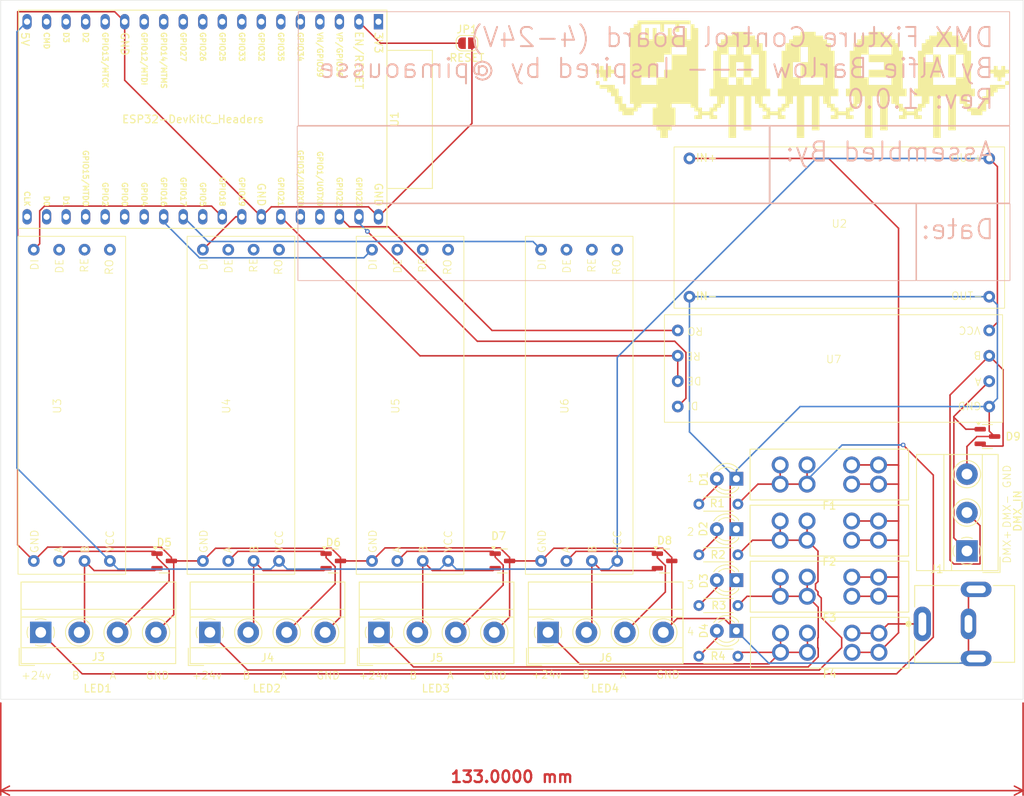
<source format=kicad_pcb>
(kicad_pcb (version 20240108) (generator "pcbnew") (generator_version "8.0")
  (layers (0 "F.Cu" signal) (31 "B.Cu" signal) (34 "B.Paste" user) (35 "F.Paste" user) (36 "B.SilkS" user "B.Silkscreen") (37 "F.SilkS" user "F.Silkscreen") (38 "B.Mask" user) (39 "F.Mask" user) (44 "Edge.Cuts" user))
  (net 0 "")
  (net 1 "Net-(D1-A)")
  (net 2 "GND")
  (net 3 "Net-(D2-A)")
  (net 4 "Net-(D3-A)")
  (net 5 "Net-(D4-A)")
  (net 6 "LED1-")
  (net 7 "LED1+")
  (net 8 "LED2+")
  (net 9 "LED2-")
  (net 10 "LED3-")
  (net 11 "LED3+")
  (net 12 "LED4-")
  (net 13 "LED4+")
  (net 14 "DMXIN-")
  (net 15 "DMXIN+")
  (net 16 "+24V")
  (net 17 "Net-(J3-Pin_1)")
  (net 18 "Net-(J4-Pin_1)")
  (net 19 "Net-(J5-Pin_1)")
  (net 20 "Net-(J6-Pin_1)")
  (net 30 "DMX_RX")
  (net 32 "DMX_EN")
  (net 33 "DMX_TX")
  (net 38 "WLED1")
  (net 40 "WLED4")
  (net 42 "RESET")
  (net 43 "WLED2")
  (net 44 "WLED3")
  (net 54 "+5V")
  (footprint "Package_TO_SOT_SMD:SOT-23" (layer "F.Cu") (at 143.1625 108)
    (property "Reference" "D7")
    (property "Value" "NUP2105L")
  )
  (footprint "TerminalBlock_MetzConnect:TerminalBlock_MetzConnect_Type011_RT05504HBWC_1x04_P5.00mm_Horizontal" (layer "F.Cu") (at 127.1 117.3)
    (property "Reference" "J5")
    (property "Value" "LED3")
  )
  (footprint "Package_TO_SOT_SMD:SOT-23" (layer "F.Cu") (at 164.2625 108)
    (property "Reference" "D8")
    (property "Value" "NUP2105L")
  )
  (footprint "Package_TO_SOT_SMD:SOT-23" (layer "F.Cu") (at 206.2625 91.8)
    (property "Reference" "D9")
    (property "Value" "NUP2105L")
  )
  (footprint "LED_THT:LED_D3.0mm" (layer "F.Cu") (at 173.6 103.87 180)
    (property "Reference" "D2")
    (property "Value" "LED" (hide yes))
  )
  (footprint "Max485:Max485" (layer "F.Cu") (at 109.649 87.838 90)
    (property "Reference" "U4")
    (property "Value" "~")
  )
  (footprint "Fuse:FuseHolder_Blade_ATO_Littelfuse_FLR_178.6165" (layer "F.Cu") (at 192.1 98 180)
    (property "Reference" "F1")
    (property "Value" "Fuse")
  )
  (footprint "Resistor_THT:R_Axial_DIN0204_L3.6mm_D1.6mm_P5.08mm_Horizontal" (layer "F.Cu") (at 173.8 107.2 180)
    (property "Reference" "R2")
    (property "Value" "4.7k")
  )
  (footprint "Max485:Max485" (layer "F.Cu") (at 87.647 87.838 90)
    (property "Reference" "U3")
    (property "Value" "~")
  )
  (footprint "Resistor_THT:R_Axial_DIN0204_L3.6mm_D1.6mm_P5.08mm_Horizontal" (layer "F.Cu") (at 173.8 120.4 180)
    (property "Reference" "R4")
    (property "Value" "4.7k")
  )
  (footprint "Resistor_THT:R_Axial_DIN0204_L3.6mm_D1.6mm_P5.08mm_Horizontal" (layer "F.Cu") (at 173.8 113.8 180)
    (property "Reference" "R3")
    (property "Value" "4.7k" (hide yes))
  )
  (footprint "WLED:WLED" (layer "F.Cu") (at 182.2 45.3)
    (property "Reference" "G***" (hide yes))
    (property "Value" "LOGO" (hide yes))
  )
  (footprint "Fuse:FuseHolder_Blade_ATO_Littelfuse_FLR_178.6165" (layer "F.Cu") (at 192.15 119.9 180)
    (property "Reference" "F4")
    (property "Value" "Fuse")
  )
  (footprint "LM2596S-Buck-Module:LM2596S-Buck-Module" (layer "F.Cu") (at 187 64.6)
    (property "Reference" "U2")
    (property "Value" "~")
  )
  (footprint "TerminalBlock_MetzConnect:TerminalBlock_MetzConnect_Type011_RT05504HBWC_1x04_P5.00mm_Horizontal" (layer "F.Cu") (at 83.1 117.3)
    (property "Reference" "J3")
    (property "Value" "LED1")
  )
  (footprint "TerminalBlock_MetzConnect:TerminalBlock_MetzConnect_Type011_RT05504HBWC_1x04_P5.00mm_Horizontal" (layer "F.Cu") (at 149.1 117.3)
    (property "Reference" "J6")
    (property "Value" "LED4")
  )
  (footprint "Jumper:SolderJumper-2_P1.3mm_Open_RoundedPad1.0x1.5mm" (layer "F.Cu") (at 138.55 40.6)
    (property "Reference" "JP1")
    (property "Value" "RESET")
  )
  (footprint "Fuse:FuseHolder_Blade_ATO_Littelfuse_FLR_178.6165" (layer "F.Cu") (at 192.1 105.3 180)
    (property "Reference" "F2")
    (property "Value" "Fuse")
  )
  (footprint "PCM_Espressif:ESP32-DevKitC_Headers" (layer "F.Cu") (at 127.04 37.8 -90)
    (property "Reference" "U1")
    (property "Value" "ESP32-DevKitC_Headers")
  )
  (footprint "PJ_063AH:CUI_PJ-063AH" (layer "F.Cu") (at 197.8 116.2)
    (property "Reference" "J1")
    (property "Value" "DC_IN")
  )
  (footprint "Package_TO_SOT_SMD:SOT-23" (layer "F.Cu") (at 121.1625 108)
    (property "Reference" "D6")
    (property "Value" "NUP2105L")
  )
  (footprint "Max485:Max485" (layer "F.Cu") (at 153.651 87.838 90)
    (property "Reference" "U6")
    (property "Value" "~")
  )
  (footprint "LED_THT:LED_D3.0mm" (layer "F.Cu") (at 173.6 117.1 180)
    (property "Reference" "D4")
    (property "Value" "LED")
  )
  (footprint "TerminalBlock_MetzConnect:TerminalBlock_MetzConnect_Type011_RT05503HBWC_1x03_P5.00mm_Horizontal" (layer "F.Cu") (at 203.6 106.7 90)
    (property "Reference" "J2" (hide yes))
    (property "Value" "DMX_IN")
  )
  (footprint "Resistor_THT:R_Axial_DIN0204_L3.6mm_D1.6mm_P5.08mm_Horizontal" (layer "F.Cu") (at 173.8 100.6 180)
    (property "Reference" "R1")
    (property "Value" "4.7k")
  )
  (footprint "Max485:Max485" (layer "F.Cu") (at 186.338 82.447 180)
    (property "Reference" "U7")
    (property "Value" "~")
  )
  (footprint "Fuse:FuseHolder_Blade_ATO_Littelfuse_FLR_178.6165" (layer "F.Cu") (at 192.12 112.6 180)
    (property "Reference" "F3")
    (property "Value" "Fuse")
  )
  (footprint "Package_TO_SOT_SMD:SOT-23" (layer "F.Cu") (at 99.1625 108)
    (property "Reference" "D5")
    (property "Value" "NUP2105L")
  )
  (footprint "LED_THT:LED_D3.0mm" (layer "F.Cu") (at 173.6 97.3 180)
    (property "Reference" "D1")
    (property "Value" "LED")
  )
  (footprint "TerminalBlock_MetzConnect:TerminalBlock_MetzConnect_Type011_RT05504HBWC_1x04_P5.00mm_Horizontal" (layer "F.Cu") (at 105.1 117.3)
    (property "Reference" "J4")
    (property "Value" "LED2")
  )
  (footprint "Max485:Max485" (layer "F.Cu") (at 131.649 87.838 90)
    (property "Reference" "U5")
    (property "Value" "~")
  )
  (footprint "LED_THT:LED_D3.0mm" (layer "F.Cu") (at 173.6 110.5 180)
    (property "Reference" "D3")
    (property "Value" "LED")
  )
  (gr_rect (start 77.9 35) (end 210.9 126) (stroke (width 0.05)) (fill none) (layer "Edge.Cuts"))
  (gr_text "GND" (at 140.6 123.5 0) (layer "F.SilkS") (effects (font (size 1 1) (thickness 0.1)) (justify left bottom)))
  (gr_text "GND" (at 209.4 98.6 90) (layer "F.SilkS") (effects (font (size 1 1) (thickness 0.1)) (justify left bottom)))
  (gr_text "B" (at 87.1 123.5 0) (layer "F.SilkS") (effects (font (size 1 1) (thickness 0.1)) (justify left bottom)))
  (gr_text "B" (at 153.5 123.4 0) (layer "F.SilkS") (effects (font (size 1 1) (thickness 0.1)) (justify left bottom)))
  (gr_text "GND" (at 118.9 123.5 0) (layer "F.SilkS") (effects (font (size 1 1) (thickness 0.1)) (justify left bottom)))
  (gr_text "B" (at 131 123.5 0) (layer "F.SilkS") (effects (font (size 1 1) (thickness 0.1)) (justify left bottom)))
  (gr_text "+24v" (at 124.4 123.5 0) (layer "F.SilkS") (effects (font (size 1 1) (thickness 0.1)) (justify left bottom)))
  (gr_text "+24v" (at 80.5 123.5 0) (layer "F.SilkS") (effects (font (size 1 1) (thickness 0.1)) (justify left bottom)))
  (gr_text "2" (at 167.1 104.8 0) (layer "F.SilkS") (effects (font (size 1 1) (thickness 0.1)) (justify left bottom)))
  (gr_text "A" (at 158.4 123.4 0) (layer "F.SilkS") (effects (font (size 1 1) (thickness 0.1)) (justify left bottom)))
  (gr_text "GND" (at 96.7 123.5 0) (layer "F.SilkS") (effects (font (size 1 1) (thickness 0.1)) (justify left bottom)))
  (gr_text "GND" (at 163.1 123.4 0) (layer "F.SilkS") (effects (font (size 1 1) (thickness 0.1)) (justify left bottom)))
  (gr_text "1" (at 167.1 97.8 0) (layer "F.SilkS") (effects (font (size 1 1) (thickness 0.1)) (justify left bottom)))
  (gr_text "B" (at 109.3 123.5 0) (layer "F.SilkS") (effects (font (size 1 1) (thickness 0.1)) (justify left bottom)))
  (gr_text "+24v" (at 102.7 123.5 0) (layer "F.SilkS") (effects (font (size 1 1) (thickness 0.1)) (justify left bottom)))
  (gr_text "DMX-" (at 209.4 103.8 90) (layer "F.SilkS") (effects (font (size 1 1) (thickness 0.1)) (justify left bottom)))
  (gr_text "4" (at 167.1 117.8 0) (layer "F.SilkS") (effects (font (size 1 1) (thickness 0.1)) (justify left bottom)))
  (gr_text "+24v" (at 146.9 123.4 0) (layer "F.SilkS") (effects (font (size 1 1) (thickness 0.1)) (justify left bottom)))
  (gr_text "A" (at 92 123.5 0) (layer "F.SilkS") (effects (font (size 1 1) (thickness 0.1)) (justify left bottom)))
  (gr_text "A" (at 135.9 123.5 0) (layer "F.SilkS") (effects (font (size 1 1) (thickness 0.1)) (justify left bottom)))
  (gr_text "DMX+" (at 209.4 108.4 90) (layer "F.SilkS") (effects (font (size 1 1) (thickness 0.1)) (justify left bottom)))
  (gr_text "3" (at 167.1 111.7 0) (layer "F.SilkS") (effects (font (size 1 1) (thickness 0.1)) (justify left bottom)))
  (gr_text "A" (at 114.2 123.5 0) (layer "F.SilkS") (effects (font (size 1 1) (thickness 0.1)) (justify left bottom)))
  (gr_text_box "Assembled By:" (start 209.155 51.4) (end 178.01 61.4) (layer "B.SilkS") (effects (font (size 2.5 2.5) (thickness 0.25)) (justify left top mirror)) (border yes) (stroke (width 0.1)))
  (gr_text_box "DMX Fixture Control Board (4-24V)\nBy Alfie Barlow --- Inspired by @pimaousse\nRev: 1.0.0\n" (start 209.155 36.5) (end 116.61 51.3) (layer "B.SilkS") (effects (font (size 2.5 2.5) (thickness 0.25)) (justify left top mirror)) (border yes) (stroke (width 0.1)))
  (gr_text_box "" (start 196.955 61.5) (end 116.555 71.5) (layer "B.SilkS") (effects (font (size 1 1) (thickness 0.1)) (justify left top mirror)) (border yes) (stroke (width 0.1)))
  (gr_text_box "" (start 177.8725 51.4) (end 116.4725 61.4) (layer "B.SilkS") (effects (font (size 1 1) (thickness 0.1)) (justify left top mirror)) (border yes) (stroke (width 0.1)))
  (gr_text_box "Date:" (start 209.2 61.5) (end 197.055 71.5) (layer "B.SilkS") (effects (font (size 2.5 2.5) (thickness 0.25)) (justify left top mirror)) (border yes) (stroke (width 0.1)))
  (dimension (type aligned) (layer "F.Cu") (pts (xy 210.9 126) (xy 77.9 126)) (height -11.9) (gr_text "133.0000 mm" (at 144.4 136.1 0) (layer "F.Cu") (effects (font (size 1.5 1.5) (thickness 0.3)))) (format (prefix "") (suffix "") (units 3) (units_format 1) (precision 4)) (style (thickness 0.2) (arrow_length 1.27) (text_position_mode 0) (extension_height 0.58642) (extension_offset 0.5) keep_text_aligned))
  (segment (start 168.72 100.6) (end 171.06 98.26) (width 0.2) (layer "F.Cu") (net 1))
  (segment (start 171.06 98.26) (end 171.06 97.3) (width 0.2) (layer "F.Cu") (net 1))
  (segment (start 173.6 97.3) (end 172.8 98.1) (width 0.2) (layer "F.Cu") (net 2))
  (segment (start 203.8 112.7) (end 204.8 111.7) (width 0.2) (layer "F.Cu") (net 2))
  (segment (start 122.1 115.3) (end 122.1 108) (width 0.2) (layer "F.Cu") (net 2))
  (segment (start 172.8 104.67) (end 172.8 109.7) (width 0.2) (layer "F.Cu") (net 2))
  (segment (start 144.1 108) (end 144.1 107.546948) (width 0.2) (layer "F.Cu") (net 2))
  (segment (start 148.198 108) (end 144.1 108) (width 0.2) (layer "F.Cu") (net 2))
  (segment (start 172.8 111.3) (end 172.8 116.3) (width 0.2) (layer "F.Cu") (net 2))
  (segment (start 111.8 63.2) (end 113.1 61.9) (width 0.2) (layer "F.Cu") (net 2))
  (segment (start 92.72 36.5) (end 94.02 37.8) (width 0.2) (layer "F.Cu") (net 2))
  (segment (start 80.1 105.906) (end 80.1 36.5) (width 0.2) (layer "F.Cu") (net 2))
  (segment (start 82.194 108) (end 80.1 105.906) (width 0.2) (layer "F.Cu") (net 2))
  (segment (start 120.903053 106.350001) (end 105.845999 106.350001) (width 0.2) (layer "F.Cu") (net 2))
  (segment (start 122.1 107.546948) (end 120.903053 106.350001) (width 0.2) (layer "F.Cu") (net 2))
  (segment (start 144.1 115.3) (end 144.1 108) (width 0.2) (layer "F.Cu") (net 2))
  (segment (start 127.04 63.2) (end 139.2 51.04) (width 0.2) (layer "F.Cu") (net 2))
  (segment (start 148.198 108) (end 149.847999 106.350001) (width 0.2) (layer "F.Cu") (net 2))
  (segment (start 139.2 51.04) (end 139.2 40.6) (width 0.2) (layer "F.Cu") (net 2))
  (segment (start 125.74 61.9) (end 127.04 63.2) (width 0.2) (layer "F.Cu") (net 2))
  (segment (start 203.6 93.096948) (end 203.6 96.7) (width 0.2) (layer "F.Cu") (net 2))
  (segment (start 165.899979 115.500021) (end 164.1 117.3) (width 0.2) (layer "F.Cu") (net 2))
  (segment (start 207.2 91.8) (end 206.5 91.1) (width 0.2) (layer "F.Cu") (net 2))
  (segment (start 98.1 117.3) (end 100.399999 115.000001) (width 0.2) (layer "F.Cu") (net 2))
  (segment (start 149.847999 106.350001) (end 164.003053 106.350001) (width 0.2) (layer "F.Cu") (net 2))
  (segment (start 165.2 116.2) (end 165.2 108) (width 0.2) (layer "F.Cu") (net 2))
  (segment (start 204.896948 91.8) (end 203.6 93.096948) (width 0.2) (layer "F.Cu") (net 2))
  (segment (start 142.853052 106.3) (end 127.896 106.3) (width 0.2) (layer "F.Cu") (net 2))
  (segment (start 173.6 103.87) (end 172.8 104.67) (width 0.2) (layer "F.Cu") (net 2))
  (segment (start 100.1 107.546948) (end 98.753052 106.2) (width 0.2) (layer "F.Cu") (net 2))
  (segment (start 144.1 107.546948) (end 142.853052 106.3) (width 0.2) (layer "F.Cu") (net 2))
  (segment (start 172.8 116.3) (end 173.6 117.1) (width 0.2) (layer "F.Cu") (net 2))
  (segment (start 98.753052 106.2) (end 83.994 106.2) (width 0.2) (layer "F.Cu") (net 2))
  (segment (start 172.000021 115.500021) (end 165.899979 115.500021) (width 0.2) (layer "F.Cu") (net 2))
  (segment (start 206.5 91.1) (end 206.5 87.9) (width 0.2) (layer "F.Cu") (net 2))
  (segment (start 142.1 117.3) (end 144.1 115.3) (width 0.2) (layer "F.Cu") (net 2))
  (segment (start 122.1 108) (end 122.1 107.546948) (width 0.2) (layer "F.Cu") (net 2))
  (segment (start 126.196 108) (end 122.1 108) (width 0.2) (layer "F.Cu") (net 2))
  (segment (start 173.6 110.5) (end 172.8 111.3) (width 0.2) (layer "F.Cu") (net 2))
  (segment (start 172.8 103.07) (end 173.6 103.87) (width 0.2) (layer "F.Cu") (net 2))
  (segment (start 100.1 108) (end 100.1 107.546948) (width 0.2) (layer "F.Cu") (net 2))
  (segment (start 120.1 117.3) (end 122.1 115.3) (width 0.2) (layer "F.Cu") (net 2))
  (segment (start 164.1 117.3) (end 165.2 116.2) (width 0.2) (layer "F.Cu") (net 2))
  (segment (start 203.8 116.2) (end 203.8 112.7) (width 0.2) (layer "F.Cu") (net 2))
  (segment (start 203.8 116.2) (end 203.8 119.7) (width 0.2) (layer "F.Cu") (net 2))
  (segment (start 94.02 37.8) (end 94.02 45.42) (width 0.2) (layer "F.Cu") (net 2))
  (segment (start 207.2 91.8) (end 204.896948 91.8) (width 0.2) (layer "F.Cu") (net 2))
  (segment (start 100.399999 108.299999) (end 100.1 108) (width 0.2) (layer "F.Cu") (net 2))
  (segment (start 127.896 106.3) (end 126.196 108) (width 0.2) (layer "F.Cu") (net 2))
  (segment (start 172.8 98.1) (end 172.8 103.07) (width 0.2) (layer "F.Cu") (net 2))
  (segment (start 100.399999 115.000001) (end 100.399999 108.299999) (width 0.2) (layer "F.Cu") (net 2))
  (segment (start 104.196 108) (end 100.1 108) (width 0.2) (layer "F.Cu") (net 2))
  (segment (start 203.8 119.7) (end 204.8 120.7) (width 0.2) (layer "F.Cu") (net 2))
  (segment (start 173.6 117.1) (end 172.000021 115.500021) (width 0.2) (layer "F.Cu") (net 2))
  (segment (start 80.1 36.5) (end 92.72 36.5) (width 0.2) (layer "F.Cu") (net 2))
  (segment (start 172.8 109.7) (end 173.6 110.5) (width 0.2) (layer "F.Cu") (net 2))
  (segment (start 165.2 107.546948) (end 165.2 108) (width 0.2) (layer "F.Cu") (net 2))
  (segment (start 113.1 61.9) (end 125.74 61.9) (width 0.2) (layer "F.Cu") (net 2))
  (segment (start 105.845999 106.350001) (end 104.196 108) (width 0.2) (layer "F.Cu") (net 2))
  (segment (start 83.994 106.2) (end 82.194 108) (width 0.2) (layer "F.Cu") (net 2))
  (segment (start 164.003053 106.350001) (end 165.2 107.546948) (width 0.2) (layer "F.Cu") (net 2))
  (segment (start 94.02 45.42) (end 111.8 63.2) (width 0.2) (layer "F.Cu") (net 2))
  (segment (start 207.562 74.662) (end 207.562 86.838) (width 0.2) (layer "B.Cu") (net 2))
  (segment (start 204.2 121.3) (end 204.8 120.7) (width 0.2) (layer "B.Cu") (net 2))
  (segment (start 167.5 73.6) (end 167.5 91.2) (width 0.2) (layer "B.Cu") (net 2))
  (segment (start 206.5 73.6) (end 207.562 74.662) (width 0.2) (layer "B.Cu") (net 2))
  (segment (start 207.562 86.838) (end 206.5 87.9) (width 0.2) (layer "B.Cu") (net 2))
  (segment (start 167.5 73.6) (end 206.5 73.6) (width 0.2) (layer "B.Cu") (net 2))
  (segment (start 173.6 97.3) (end 173.6 96.2) (width 0.2) (layer "B.Cu") (net 2))
  (segment (start 167.5 91.2) (end 173.6 97.3) (width 0.2) (layer "B.Cu") (net 2))
  (segment (start 177.8 121.3) (end 204.2 121.3) (width 0.2) (layer "B.Cu") (net 2))
  (segment (start 181.9 87.9) (end 206.5 87.9) (width 0.2) (layer "B.Cu") (net 2))
  (segment (start 173.6 96.2) (end 181.9 87.9) (width 0.2) (layer "B.Cu") (net 2))
  (segment (start 173.6 117.1) (end 177.8 121.3) (width 0.2) (layer "B.Cu") (net 2))
  (segment (start 171.06 104.86) (end 171.06 103.87) (width 0.2) (layer "F.Cu") (net 3))
  (segment (start 168.72 107.2) (end 171.06 104.86) (width 0.2) (layer "F.Cu") (net 3))
  (segment (start 171.06 111.46) (end 171.06 110.5) (width 0.2) (layer "F.Cu") (net 4))
  (segment (start 168.72 113.8) (end 171.06 111.46) (width 0.2) (layer "F.Cu") (net 4))
  (segment (start 171.06 118.06) (end 171.06 117.1) (width 0.2) (layer "F.Cu") (net 5))
  (segment (start 168.72 120.4) (end 171.06 118.06) (width 0.2) (layer "F.Cu") (net 5))
  (segment (start 99.8 110.6) (end 93.1 117.3) (width 0.2) (layer "F.Cu") (net 6))
  (segment (start 97.925001 106.750001) (end 86.745999 106.750001) (width 0.2) (layer "F.Cu") (net 6))
  (segment (start 98.225 107.05) (end 97.925001 106.750001) (width 0.2) (layer "F.Cu") (net 6))
  (segment (start 98.225 107.571948) (end 99.8 109.146948) (width 0.2) (layer "F.Cu") (net 6))
  (segment (start 98.225 107.05) (end 98.225 107.571948) (width 0.2) (layer "F.Cu") (net 6))
  (segment (start 99.8 109.146948) (end 99.8 110.6) (width 0.2) (layer "F.Cu") (net 6))
  (segment (start 86.745999 106.750001) (end 85.496 108) (width 0.2) (layer "F.Cu") (net 6))
  (segment (start 88.798 116.602) (end 88.1 117.3) (width 0.2) (layer "F.Cu") (net 7))
  (segment (start 88.798 108) (end 88.798 116.602) (width 0.2) (layer "F.Cu") (net 7))
  (segment (start 90.048 109.25) (end 88.798 108) (width 0.2) (layer "F.Cu") (net 7))
  (segment (start 98.225 108.95) (end 97.925 109.25) (width 0.2) (layer "F.Cu") (net 7))
  (segment (start 97.925 109.25) (end 90.048 109.25) (width 0.2) (layer "F.Cu") (net 7))
  (segment (start 119.925 109.25) (end 112.05 109.25) (width 0.2) (layer "F.Cu") (net 8))
  (segment (start 120.225 108.95) (end 119.925 109.25) (width 0.2) (layer "F.Cu") (net 8))
  (segment (start 110.8 116.6) (end 110.1 117.3) (width 0.2) (layer "F.Cu") (net 8))
  (segment (start 112.05 109.25) (end 110.8 108) (width 0.2) (layer "F.Cu") (net 8))
  (segment (start 110.8 108) (end 110.8 116.6) (width 0.2) (layer "F.Cu") (net 8))
  (segment (start 108.747999 106.750001) (end 107.498 108) (width 0.2) (layer "F.Cu") (net 9))
  (segment (start 121.4 108.746948) (end 121.4 111) (width 0.2) (layer "F.Cu") (net 9))
  (segment (start 119.925001 106.750001) (end 108.747999 106.750001) (width 0.2) (layer "F.Cu") (net 9))
  (segment (start 120.225 107.571948) (end 121.4 108.746948) (width 0.2) (layer "F.Cu") (net 9))
  (segment (start 121.4 111) (end 115.1 117.3) (width 0.2) (layer "F.Cu") (net 9))
  (segment (start 120.225 107.05) (end 119.925001 106.750001) (width 0.2) (layer "F.Cu") (net 9))
  (segment (start 120.225 107.05) (end 120.225 107.571948) (width 0.2) (layer "F.Cu") (net 9))
  (segment (start 143.2625 108.540552) (end 143.2625 111.1375) (width 0.2) (layer "F.Cu") (net 10))
  (segment (start 130.747999 106.750001) (end 129.498 108) (width 0.2) (layer "F.Cu") (net 10))
  (segment (start 142.225 107.05) (end 141.925001 106.750001) (width 0.2) (layer "F.Cu") (net 10))
  (segment (start 143.2625 111.1375) (end 137.1 117.3) (width 0.2) (layer "F.Cu") (net 10))
  (segment (start 142.225 107.503052) (end 143.2625 108.540552) (width 0.2) (layer "F.Cu") (net 10))
  (segment (start 142.225 107.05) (end 142.225 107.503052) (width 0.2) (layer "F.Cu") (net 10))
  (segment (start 141.925001 106.750001) (end 130.747999 106.750001) (width 0.2) (layer "F.Cu") (net 10))
  (segment (start 132.8 108) (end 132.8 116.6) (width 0.2) (layer "F.Cu") (net 11))
  (segment (start 141.925 109.25) (end 134.05 109.25) (width 0.2) (layer "F.Cu") (net 11))
  (segment (start 142.225 108.95) (end 141.925 109.25) (width 0.2) (layer "F.Cu") (net 11))
  (segment (start 134.05 109.25) (end 132.8 108) (width 0.2) (layer "F.Cu") (net 11))
  (segment (start 132.8 116.6) (end 132.1 117.3) (width 0.2) (layer "F.Cu") (net 11))
  (segment (start 163.325 107.571948) (end 164.3625 108.609448) (width 0.2) (layer "F.Cu") (net 12))
  (segment (start 152.749999 106.750001) (end 151.5 108) (width 0.2) (layer "F.Cu") (net 12))
  (segment (start 163.325 107.05) (end 163.325 107.571948) (width 0.2) (layer "F.Cu") (net 12))
  (segment (start 163.025001 106.750001) (end 152.749999 106.750001) (width 0.2) (layer "F.Cu") (net 12))
  (segment (start 164.3625 112.0375) (end 159.1 117.3) (width 0.2) (layer "F.Cu") (net 12))
  (segment (start 163.325 107.05) (end 163.025001 106.750001) (width 0.2) (layer "F.Cu") (net 12))
  (segment (start 164.3625 108.609448) (end 164.3625 112.0375) (width 0.2) (layer "F.Cu") (net 12))
  (segment (start 163.325 108.95) (end 163.025 109.25) (width 0.2) (layer "F.Cu") (net 13))
  (segment (start 154.802 108) (end 154.802 116.598) (width 0.2) (layer "F.Cu") (net 13))
  (segment (start 163.025 109.25) (end 156.052 109.25) (width 0.2) (layer "F.Cu") (net 13))
  (segment (start 154.802 116.598) (end 154.1 117.3) (width 0.2) (layer "F.Cu") (net 13))
  (segment (start 156.052 109.25) (end 154.802 108) (width 0.2) (layer "F.Cu") (net 13))
  (segment (start 208.245837 93.049999) (end 208.3 92.995836) (width 0.2) (layer "F.Cu") (net 14))
  (segment (start 205.3 108.361522) (end 205.261522 108.4) (width 0.2) (layer "F.Cu") (net 14))
  (segment (start 201.4 86.396) (end 206.5 81.296) (width 0.2) (layer "F.Cu") (net 14))
  (segment (start 205.261522 108.4) (end 201.9 108.4) (width 0.2) (layer "F.Cu") (net 14))
  (segment (start 201.4 107.9) (end 201.4 86.396) (width 0.2) (layer "F.Cu") (net 14))
  (segment (start 203.6 101.7) (end 205.3 103.4) (width 0.2) (layer "F.Cu") (net 14))
  (segment (start 205.3 103.4) (end 205.3 108.361522) (width 0.2) (layer "F.Cu") (net 14))
  (segment (start 201.9 108.4) (end 201.4 107.9) (width 0.2) (layer "F.Cu") (net 14))
  (segment (start 208.3 92.995836) (end 208.3 83.096) (width 0.2) (layer "F.Cu") (net 14))
  (segment (start 205.624999 93.049999) (end 208.245837 93.049999) (width 0.2) (layer "F.Cu") (net 14))
  (segment (start 208.3 83.096) (end 206.5 81.296) (width 0.2) (layer "F.Cu") (net 14))
  (segment (start 205.325 92.75) (end 205.624999 93.049999) (width 0.2) (layer "F.Cu") (net 14))
  (segment (start 203.45 90.85) (end 201.9 89.3) (width 0.2) (layer "F.Cu") (net 15))
  (segment (start 201.9 89.3) (end 201.9 89.198) (width 0.2) (layer "F.Cu") (net 15))
  (segment (start 203.6 106.7) (end 201.9 105) (width 0.2) (layer "F.Cu") (net 15))
  (segment (start 201.9 105) (end 201.9 89.3) (width 0.2) (layer "F.Cu") (net 15))
  (segment (start 201.9 89.198) (end 206.5 84.598) (width 0.2) (layer "F.Cu") (net 15))
  (segment (start 205.325 90.85) (end 203.45 90.85) (width 0.2) (layer "F.Cu") (net 15))
  (segment (start 188.6 95.5) (end 192.1 95.5) (width 0.2) (layer "F.Cu") (net 16))
  (segment (start 194.7 98) (end 194.7 95.6) (width 0.2) (layer "F.Cu") (net 16))
  (segment (start 192.1 95.5) (end 194.6 95.5) (width 0.2) (layer "F.Cu") (net 16))
  (segment (start 192.1 98) (end 194.7 98) (width 0.2) (layer "F.Cu") (net 16))
  (segment (start 194.7 116.2) (end 193.35 116.2) (width 0.2) (layer "F.Cu") (net 16))
  (segment (start 188.62 110.1) (end 192.12 110.1) (width 0.2) (layer "F.Cu") (net 16))
  (segment (start 194.7 102.8) (end 194.7 98) (width 0.2) (layer "F.Cu") (net 16))
  (segment (start 192.12 112.6) (end 194.6 112.6) (width 0.2) (layer "F.Cu") (net 16))
  (segment (start 167.5 55.6) (end 185.607895 55.6) (width 0.2) (layer "F.Cu") (net 16))
  (segment (start 188.6 98) (end 192.1 98) (width 0.2) (layer "F.Cu") (net 16))
  (segment (start 193.35 116.2) (end 192.15 117.4) (width 0.2) (layer "F.Cu") (net 16))
  (segment (start 192.15 119.9) (end 188.65 119.9) (width 0.2) (layer "F.Cu") (net 16))
  (segment (start 194.7 95.6) (end 194.7 64.692105) (width 0.2) (layer "F.Cu") (net 16))
  (segment (start 192.1 102.8) (end 194.7 102.8) (width 0.2) (layer "F.Cu") (net 16))
  (segment (start 194.7 110.1) (end 194.7 105.4) (width 0.2) (layer "F.Cu") (net 16))
  (segment (start 197.8 116.2) (end 194.7 116.2) (width 0.2) (layer "F.Cu") (net 16))
  (segment (start 194.7 112.7) (end 194.7 110.1) (width 0.2) (layer "F.Cu") (net 16))
  (segment (start 192.1 105.3) (end 194.6 105.3) (width 0.2) (layer "F.Cu") (net 16))
  (segment (start 185.607895 55.6) (end 194.7 64.692105) (width 0.2) (layer "F.Cu") (net 16))
  (segment (start 194.7 116.2) (end 194.7 117.35) (width 0.2) (layer "F.Cu") (net 16))
  (segment (start 194.7 117.35) (end 192.15 119.9) (width 0.2) (layer "F.Cu") (net 16))
  (segment (start 188.6 105.3) (end 192.1 105.3) (width 0.2) (layer "F.Cu") (net 16))
  (segment (start 192.12 110.1) (end 194.7 110.1) (width 0.2) (layer "F.Cu") (net 16))
  (segment (start 192.15 117.4) (end 188.65 117.4) (width 0.2) (layer "F.Cu") (net 16))
  (segment (start 188.6 102.8) (end 192.1 102.8) (width 0.2) (layer "F.Cu") (net 16))
  (segment (start 188.62 112.6) (end 192.12 112.6) (width 0.2) (layer "F.Cu") (net 16))
  (segment (start 194.7 116.2) (end 194.7 112.7) (width 0.2) (layer "F.Cu") (net 16))
  (segment (start 194.6 105.3) (end 194.7 105.4) (width 0.2) (layer "F.Cu") (net 16))
  (segment (start 194.6 95.5) (end 194.7 95.6) (width 0.2) (layer "F.Cu") (net 16))
  (segment (start 194.7 105.4) (end 194.7 102.8) (width 0.2) (layer "F.Cu") (net 16))
  (segment (start 194.6 112.6) (end 194.7 112.7) (width 0.2) (layer "F.Cu") (net 16))
  (segment (start 199.225 117.915254) (end 199.225 96.825) (width 0.2) (layer "F.Cu") (net 17))
  (segment (start 88.5 122.7) (end 194.440254 122.7) (width 0.2) (layer "F.Cu") (net 17))
  (segment (start 179.3 95.5) (end 179.3 98) (width 0.2) (layer "F.Cu") (net 17))
  (segment (start 176.4 98) (end 173.8 100.6) (width 0.2) (layer "F.Cu") (net 17))
  (segment (start 182.8 98) (end 179.3 98) (width 0.2) (layer "F.Cu") (net 17))
  (segment (start 194.440254 122.7) (end 199.225 117.915254) (width 0.2) (layer "F.Cu") (net 17))
  (segment (start 199.225 96.825) (end 195.3 92.9) (width 0.2) (layer "F.Cu") (net 17))
  (segment (start 179.3 98) (end 176.4 98) (width 0.2) (layer "F.Cu") (net 17))
  (segment (start 88.5 122.7) (end 83.1 117.3) (width 0.2) (layer "F.Cu") (net 17))
  (segment (start 182.8 95.5) (end 182.8 98) (width 0.2) (layer "F.Cu") (net 17))
  (via (at 195.3 92.9) (size 0.6) (drill 0.3) (layers "F.Cu" "B.Cu") (net 17))
  (segment (start 187.357969 92.9) (end 182.8 97.457969) (width 0.2) (layer "B.Cu") (net 17))
  (segment (start 182.8 97.457969) (end 182.8 98) (width 0.2) (layer "B.Cu") (net 17))
  (segment (start 195.3 92.9) (end 187.357969 92.9) (width 0.2) (layer "B.Cu") (net 17))
  (segment (start 187.3 118.007969) (end 184.65 115.357969) (width 0.2) (layer "F.Cu") (net 18))
  (segment (start 184.22 112.020101) (end 183.89995 111.700051) (width 0.2) (layer "F.Cu") (net 18))
  (segment (start 184.22 110.679899) (end 184.22 106.72) (width 0.2) (layer "F.Cu") (net 18))
  (segment (start 179.3 102.8) (end 179.3 105.3) (width 0.2) (layer "F.Cu") (net 18))
  (segment (start 183.89995 111.700051) (end 183.89995 110.999949) (width 0.2) (layer "F.Cu") (net 18))
  (segment (start 184.392031 122.2) (end 187.3 119.292031) (width 0.2) (layer "F.Cu") (net 18))
  (segment (start 179.3 105.3) (end 175.7 105.3) (width 0.2) (layer "F.Cu") (net 18))
  (segment (start 184.22 106.72) (end 182.8 105.3) (width 0.2) (layer "F.Cu") (net 18))
  (segment (start 183.89995 110.999949) (end 184.22 110.679899) (width 0.2) (layer "F.Cu") (net 18))
  (segment (start 110 122.2) (end 184.392031 122.2) (width 0.2) (layer "F.Cu") (net 18))
  (segment (start 187.3 119.292031) (end 187.3 118.007969) (width 0.2) (layer "F.Cu") (net 18))
  (segment (start 105.1 117.3) (end 110 122.2) (width 0.2) (layer "F.Cu") (net 18))
  (segment (start 184.65 115.357969) (end 184.65 112.83) (width 0.2) (layer "F.Cu") (net 18))
  (segment (start 182.8 102.8) (end 182.8 105.3) (width 0.2) (layer "F.Cu") (net 18))
  (segment (start 184.65 112.83) (end 184.22 112.4) (width 0.2) (layer "F.Cu") (net 18))
  (segment (start 184.22 112.4) (end 184.22 112.020101) (width 0.2) (layer "F.Cu") (net 18))
  (segment (start 179.3 105.3) (end 182.8 105.3) (width 0.2) (layer "F.Cu") (net 18))
  (segment (start 175.7 105.3) (end 173.8 107.2) (width 0.2) (layer "F.Cu") (net 18))
  (segment (start 184.25 117.979899) (end 184.25 114.03) (width 0.2) (layer "F.Cu") (net 19))
  (segment (start 184.25 119.342031) (end 184.2 119.292031) (width 0.2) (layer "F.Cu") (net 19))
  (segment (start 182.929899 121.8) (end 184.25 120.479899) (width 0.2) (layer "F.Cu") (net 19))
  (segment (start 179.32 110.1) (end 179.32 112.6) (width 0.2) (layer "F.Cu") (net 19))
  (segment (start 131.6 121.8) (end 182.929899 121.8) (width 0.2) (layer "F.Cu") (net 19))
  (segment (start 182.82 112.6) (end 179.32 112.6) (width 0.2) (layer "F.Cu") (net 19))
  (segment (start 131.6 121.8) (end 127.1 117.3) (width 0.2) (layer "F.Cu") (net 19))
  (segment (start 182.82 110.1) (end 182.82 112.6) (width 0.2) (layer "F.Cu") (net 19))
  (segment (start 184.25 114.03) (end 182.82 112.6) (width 0.2) (layer "F.Cu") (net 19))
  (segment (start 179.32 112.6) (end 175 112.6) (width 0.2) (layer "F.Cu") (net 19))
  (segment (start 175 112.6) (end 173.8 113.8) (width 0.2) (layer "F.Cu") (net 19))
  (segment (start 184.25 120.479899) (end 184.25 119.342031) (width 0.2) (layer "F.Cu") (net 19))
  (segment (start 184.2 119.292031) (end 184.2 118.029899) (width 0.2) (layer "F.Cu") (net 19))
  (segment (start 184.2 118.029899) (end 184.25 117.979899) (width 0.2) (layer "F.Cu") (net 19))
  (segment (start 182.85 119.9) (end 179.35 119.9) (width 0.2) (layer "F.Cu") (net 20))
  (segment (start 179.35 119.9) (end 174.3 119.9) (width 0.2) (layer "F.Cu") (net 20))
  (segment (start 153.2 121.4) (end 149.1 117.3) (width 0.2) (layer "F.Cu") (net 20))
  (segment (start 182.85 117.4) (end 182.85 119.9) (width 0.2) (layer "F.Cu") (net 20))
  (segment (start 174.3 119.9) (end 173.8 120.4) (width 0.2) (layer "F.Cu") (net 20))
  (segment (start 177.85 121.4) (end 179.35 119.9) (width 0.2) (layer "F.Cu") (net 20))
  (segment (start 179.35 117.4) (end 179.35 119.9) (width 0.2) (layer "F.Cu") (net 20))
  (segment (start 153.2 121.4) (end 177.85 121.4) (width 0.2) (layer "F.Cu") (net 20))
  (segment (start 123.26 64.5) (end 121.96 63.2) (width 0.2) (layer "F.Cu") (net 30))
  (segment (start 128.322105 64.5) (end 123.26 64.5) (width 0.2) (layer "F.Cu") (net 30))
  (segment (start 165.976 77.994) (end 141.816105 77.994) (width 0.2) (layer "F.Cu") (net 30))
  (segment (start 141.816105 77.994) (end 128.322105 64.5) (width 0.2) (layer "F.Cu") (net 30))
  (segment (start 165.976 81.296) (end 165.976 84.598) (width 0.2) (layer "F.Cu") (net 32))
  (segment (start 132.436 81.296) (end 114.34 63.2) (width 0.2) (layer "F.Cu") (net 32))
  (segment (start 165.976 81.296) (end 132.436 81.296) (width 0.2) (layer "F.Cu") (net 32))
  (segment (start 167.038 86.838) (end 167.038 80.856105) (width 0.2) (layer "F.Cu") (net 33))
  (segment (start 165.581895 79.4) (end 139.9 79.4) (width 0.2) (layer "F.Cu") (net 33))
  (segment (start 167.038 80.856105) (end 165.581895 79.4) (width 0.2) (layer "F.Cu") (net 33))
  (segment (start 139.9 79.4) (end 125.6 65.1) (width 0.2) (layer "F.Cu") (net 33))
  (segment (start 165.976 87.9) (end 167.038 86.838) (width 0.2) (layer "F.Cu") (net 33))
  (via (at 125.6 65.1) (size 0.6) (drill 0.3) (layers "F.Cu" "B.Cu") (net 33))
  (segment (start 124.5 64) (end 124.5 63.2) (width 0.2) (layer "B.Cu") (net 33))
  (segment (start 125.6 65.1) (end 124.5 64) (width 0.2) (layer "B.Cu") (net 33))
  (segment (start 82.194 67.476) (end 82.96272 66.70728) (width 0.2) (layer "F.Cu") (net 38))
  (segment (start 83.586248 61.8) (end 105.32 61.8) (width 0.2) (layer "F.Cu") (net 38))
  (segment (start 105.32 61.8) (end 106.72 63.2) (width 0.2) (layer "F.Cu") (net 38))
  (segment (start 82.96272 66.70728) (end 82.96272 62.423528) (width 0.2) (layer "F.Cu") (net 38))
  (segment (start 82.96272 62.423528) (end 83.586248 61.8) (width 0.2) (layer "F.Cu") (net 38))
  (segment (start 148.198 67.476) (end 147.136 66.414) (width 0.2) (layer "B.Cu") (net 40))
  (segment (start 147.136 66.414) (end 104.854 66.414) (width 0.2) (layer "B.Cu") (net 40))
  (segment (start 104.854 66.414) (end 101.64 63.2) (width 0.2) (layer "B.Cu") (net 40))
  (segment (start 137.9 40.6) (end 127.3 40.6) (width 0.2) (layer "F.Cu") (net 42))
  (segment (start 127.3 40.6) (end 124.5 37.8) (width 0.2) (layer "F.Cu") (net 42))
  (segment (start 104.196 67.476) (end 108.472 63.2) (width 0.2) (layer "F.Cu") (net 43))
  (segment (start 108.472 63.2) (end 109.26 63.2) (width 0.2) (layer "F.Cu") (net 43))
  (segment (start 126.196 67.476) (end 125.134 68.538) (width 0.2) (layer "B.Cu") (net 44))
  (segment (start 103.756105 68.538) (end 99.1 63.881895) (width 0.2) (layer "B.Cu") (net 44))
  (segment (start 99.1 63.881895) (end 99.1 63.2) (width 0.2) (layer "B.Cu") (net 44))
  (segment (start 125.134 68.538) (end 103.756105 68.538) (width 0.2) (layer "B.Cu") (net 44))
  (segment (start 207.562 56.662) (end 207.562 76.932) (width 0.2) (layer "F.Cu") (net 54))
  (segment (start 207.562 76.932) (end 206.5 77.994) (width 0.2) (layer "F.Cu") (net 54))
  (segment (start 206.5 55.6) (end 207.562 56.662) (width 0.2) (layer "F.Cu") (net 54))
  (segment (start 158.104 81.494105) (end 183.998105 55.6) (width 0.2) (layer "B.Cu") (net 54))
  (segment (start 80 95.9) (end 92.1 108) (width 0.2) (layer "B.Cu") (net 54))
  (segment (start 93.162 109.062) (end 113.04 109.062) (width 0.2) (layer "B.Cu") (net 54))
  (segment (start 157.042 109.062) (end 158.104 108) (width 0.2) (layer "B.Cu") (net 54))
  (segment (start 135.04 109.062) (end 136.102 108) (width 0.2) (layer "B.Cu") (net 54))
  (segment (start 137.164 109.062) (end 157.042 109.062) (width 0.2) (layer "B.Cu") (net 54))
  (segment (start 183.998105 55.6) (end 206.5 55.6) (width 0.2) (layer "B.Cu") (net 54))
  (segment (start 114.102 108) (end 115.164 109.062) (width 0.2) (layer "B.Cu") (net 54))
  (segment (start 92.1 108) (end 93.162 109.062) (width 0.2) (layer "B.Cu") (net 54))
  (segment (start 115.164 109.062) (end 135.04 109.062) (width 0.2) (layer "B.Cu") (net 54))
  (segment (start 80 39.12) (end 80 95.9) (width 0.2) (layer "B.Cu") (net 54))
  (segment (start 113.04 109.062) (end 114.102 108) (width 0.2) (layer "B.Cu") (net 54))
  (segment (start 136.102 108) (end 137.164 109.062) (width 0.2) (layer "B.Cu") (net 54))
  (segment (start 81.32 37.8) (end 80 39.12) (width 0.2) (layer "B.Cu") (net 54))
  (segment (start 158.104 108) (end 158.104 81.494105) (width 0.2) (layer "B.Cu") (net 54))
)
</source>
